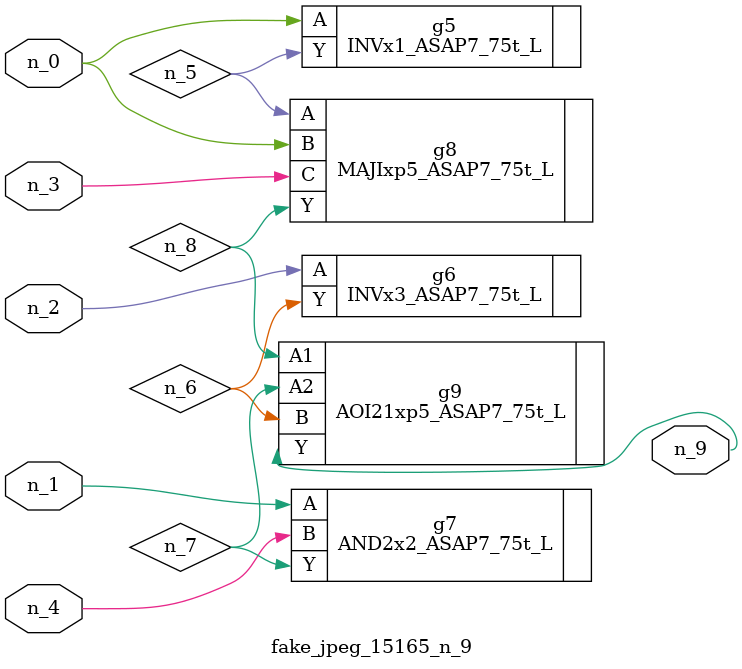
<source format=v>
module fake_jpeg_15165_n_9 (n_3, n_2, n_1, n_0, n_4, n_9);

input n_3;
input n_2;
input n_1;
input n_0;
input n_4;

output n_9;

wire n_8;
wire n_6;
wire n_5;
wire n_7;

INVx1_ASAP7_75t_L g5 ( 
.A(n_0),
.Y(n_5)
);

INVx3_ASAP7_75t_L g6 ( 
.A(n_2),
.Y(n_6)
);

AND2x2_ASAP7_75t_L g7 ( 
.A(n_1),
.B(n_4),
.Y(n_7)
);

MAJIxp5_ASAP7_75t_L g8 ( 
.A(n_5),
.B(n_0),
.C(n_3),
.Y(n_8)
);

AOI21xp5_ASAP7_75t_L g9 ( 
.A1(n_8),
.A2(n_7),
.B(n_6),
.Y(n_9)
);


endmodule
</source>
